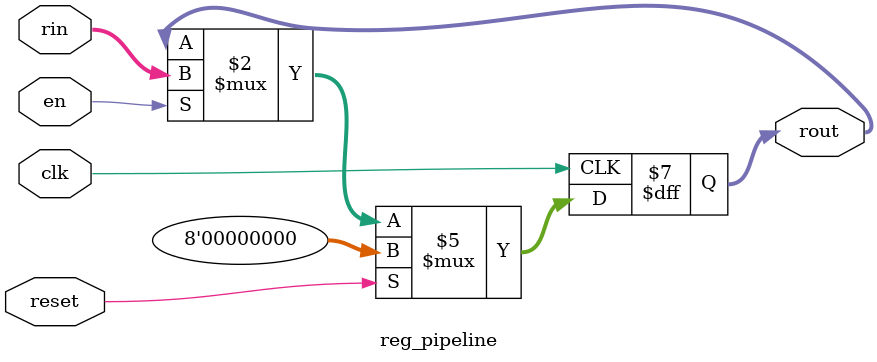
<source format=v>
`timescale 1ns / 1ps


module reg_pipeline(rin,rout,reset,en,clk);
    //output rout;
    output reg [7:0] rout;
    input [7:0] rin;
    input reset,en,clk;
    always @(posedge clk)
        if (reset)
            rout <= 0;
        else    if (en)
            rout <= rin;
endmodule

</source>
